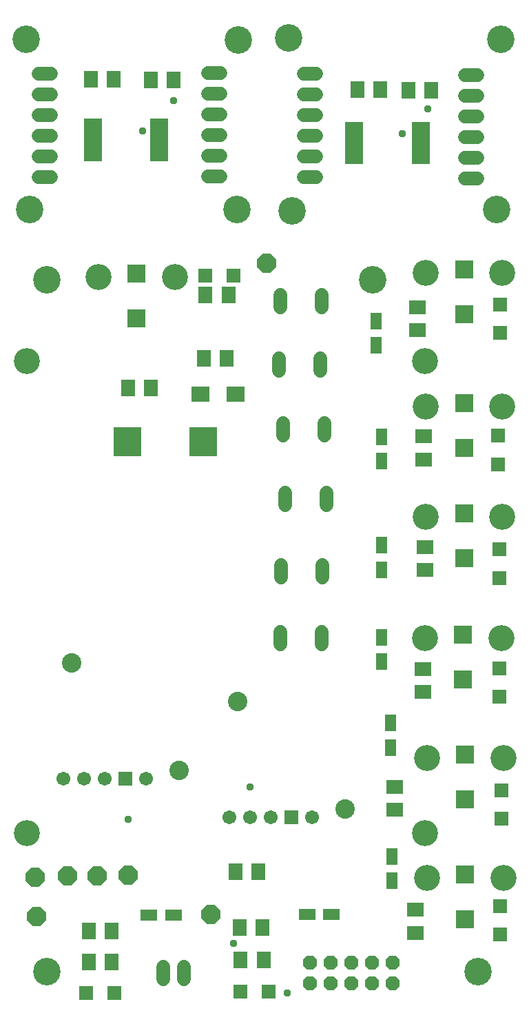
<source format=gts>
G75*
%MOIN*%
%OFA0B0*%
%FSLAX25Y25*%
%IPPOS*%
%LPD*%
%AMOC8*
5,1,8,0,0,1.08239X$1,22.5*
%
%ADD10C,0.13300*%
%ADD11C,0.12611*%
%ADD12R,0.09068X0.09068*%
%ADD13R,0.09000X0.07800*%
%ADD14R,0.07099X0.07887*%
%ADD15R,0.06706X0.06706*%
%ADD16R,0.07099X0.07898*%
%ADD17OC8,0.09300*%
%ADD18R,0.07898X0.07099*%
%ADD19C,0.06800*%
%ADD20OC8,0.06800*%
%ADD21R,0.13595X0.14304*%
%ADD22R,0.08674X0.02611*%
%ADD23C,0.06737*%
%ADD24R,0.06737X0.06737*%
%ADD25C,0.09400*%
%ADD26R,0.05524X0.07887*%
%ADD27R,0.07887X0.05524*%
%ADD28C,0.03778*%
D10*
X0021685Y0022322D03*
X0021685Y0356968D03*
X0013185Y0390968D03*
X0011685Y0473468D03*
X0113685Y0390968D03*
X0140185Y0390468D03*
X0179165Y0356968D03*
X0239185Y0390968D03*
X0241185Y0473468D03*
X0138685Y0473968D03*
X0114185Y0472968D03*
X0230346Y0022322D03*
D11*
X0242504Y0067653D03*
X0242504Y0125653D03*
X0241504Y0183653D03*
X0242004Y0242153D03*
X0242004Y0295653D03*
X0242004Y0360153D03*
X0204996Y0360153D03*
X0204756Y0317598D03*
X0204996Y0295653D03*
X0204996Y0242153D03*
X0204496Y0183653D03*
X0205496Y0125653D03*
X0204756Y0089251D03*
X0205496Y0067653D03*
X0083504Y0358153D03*
X0046496Y0358153D03*
X0011843Y0317598D03*
X0011843Y0089251D03*
D12*
X0065000Y0338310D03*
X0065000Y0359964D03*
X0223500Y0361964D03*
X0223500Y0340310D03*
X0223500Y0297464D03*
X0223500Y0275810D03*
X0223500Y0243964D03*
X0223500Y0222310D03*
X0223000Y0185464D03*
X0223000Y0163810D03*
X0224000Y0127464D03*
X0224000Y0105810D03*
X0224000Y0069464D03*
X0224000Y0047810D03*
D13*
X0113100Y0301637D03*
X0095900Y0301637D03*
D14*
X0097488Y0319137D03*
X0108512Y0319137D03*
X0072012Y0304637D03*
X0060988Y0304637D03*
X0071988Y0453637D03*
X0083012Y0453637D03*
X0054012Y0454137D03*
X0042988Y0454137D03*
X0171988Y0449137D03*
X0183012Y0449137D03*
X0196488Y0448637D03*
X0207512Y0448637D03*
X0124012Y0070637D03*
X0112988Y0070637D03*
X0114988Y0043637D03*
X0126012Y0043637D03*
X0053012Y0042137D03*
X0041988Y0042137D03*
D15*
X0040610Y0012137D03*
X0054390Y0012137D03*
X0115110Y0012637D03*
X0128890Y0012637D03*
X0241000Y0040247D03*
X0241000Y0054027D03*
X0241500Y0096247D03*
X0241500Y0110027D03*
X0240500Y0155247D03*
X0240500Y0169027D03*
X0240500Y0212747D03*
X0240500Y0226527D03*
X0240000Y0267747D03*
X0240000Y0281527D03*
X0241000Y0331247D03*
X0241000Y0345027D03*
X0111890Y0359137D03*
X0098110Y0359137D03*
D16*
X0098402Y0349637D03*
X0109598Y0349637D03*
X0115402Y0028137D03*
X0126598Y0028137D03*
X0053098Y0027137D03*
X0041902Y0027137D03*
D17*
X0046000Y0068637D03*
X0031500Y0068637D03*
X0016000Y0068137D03*
X0016500Y0049137D03*
X0061000Y0069137D03*
X0101000Y0050137D03*
X0128000Y0365137D03*
D18*
X0201000Y0343735D03*
X0201000Y0332539D03*
X0204000Y0281235D03*
X0204000Y0270039D03*
X0204500Y0227735D03*
X0204500Y0216539D03*
X0203500Y0168735D03*
X0203500Y0157539D03*
X0190000Y0111735D03*
X0190000Y0100539D03*
X0200000Y0052235D03*
X0200000Y0041039D03*
D19*
X0154500Y0180637D02*
X0154500Y0186637D01*
X0155000Y0213137D02*
X0155000Y0219137D01*
X0157000Y0248137D02*
X0157000Y0254137D01*
X0156000Y0281637D02*
X0156000Y0287637D01*
X0154000Y0313137D02*
X0154000Y0319137D01*
X0154500Y0343637D02*
X0154500Y0349637D01*
X0134500Y0349637D02*
X0134500Y0343637D01*
X0134000Y0319137D02*
X0134000Y0313137D01*
X0136000Y0287637D02*
X0136000Y0281637D01*
X0137000Y0254137D02*
X0137000Y0248137D01*
X0135000Y0219137D02*
X0135000Y0213137D01*
X0134500Y0186637D02*
X0134500Y0180637D01*
X0088000Y0024637D02*
X0088000Y0018637D01*
X0078000Y0018637D02*
X0078000Y0024637D01*
X0099500Y0407137D02*
X0105500Y0407137D01*
X0105500Y0417137D02*
X0099500Y0417137D01*
X0099500Y0427137D02*
X0105500Y0427137D01*
X0105500Y0437137D02*
X0099500Y0437137D01*
X0099500Y0447137D02*
X0105500Y0447137D01*
X0105500Y0457137D02*
X0099500Y0457137D01*
X0146000Y0456637D02*
X0152000Y0456637D01*
X0152000Y0446637D02*
X0146000Y0446637D01*
X0146000Y0436637D02*
X0152000Y0436637D01*
X0152000Y0426637D02*
X0146000Y0426637D01*
X0146000Y0416637D02*
X0152000Y0416637D01*
X0152000Y0406637D02*
X0146000Y0406637D01*
X0224000Y0406137D02*
X0230000Y0406137D01*
X0230000Y0416137D02*
X0224000Y0416137D01*
X0224000Y0426137D02*
X0230000Y0426137D01*
X0230000Y0436137D02*
X0224000Y0436137D01*
X0224000Y0446137D02*
X0230000Y0446137D01*
X0230000Y0456137D02*
X0224000Y0456137D01*
X0023500Y0456637D02*
X0017500Y0456637D01*
X0017500Y0446637D02*
X0023500Y0446637D01*
X0023500Y0436637D02*
X0017500Y0436637D01*
X0017500Y0426637D02*
X0023500Y0426637D01*
X0023500Y0416637D02*
X0017500Y0416637D01*
X0017500Y0406637D02*
X0023500Y0406637D01*
D20*
X0149000Y0026637D03*
X0149000Y0016637D03*
X0159000Y0016637D03*
X0159000Y0026637D03*
X0169000Y0026637D03*
X0169000Y0016637D03*
X0179000Y0016637D03*
X0179000Y0026637D03*
X0189000Y0026637D03*
X0189000Y0016637D03*
D21*
X0097406Y0278637D03*
X0060594Y0278637D03*
D22*
X0076063Y0415680D03*
X0076063Y0418239D03*
X0076063Y0420798D03*
X0076063Y0423357D03*
X0076063Y0425917D03*
X0076063Y0428476D03*
X0076063Y0431035D03*
X0076063Y0433594D03*
X0043937Y0433594D03*
X0043937Y0431035D03*
X0043937Y0428476D03*
X0043937Y0425917D03*
X0043937Y0423357D03*
X0043937Y0420798D03*
X0043937Y0418239D03*
X0043937Y0415680D03*
X0170437Y0416739D03*
X0170437Y0414180D03*
X0170437Y0419298D03*
X0170437Y0421857D03*
X0170437Y0424417D03*
X0170437Y0426976D03*
X0170437Y0429535D03*
X0170437Y0432094D03*
X0202563Y0432094D03*
X0202563Y0429535D03*
X0202563Y0426976D03*
X0202563Y0424417D03*
X0202563Y0421857D03*
X0202563Y0419298D03*
X0202563Y0416739D03*
X0202563Y0414180D03*
D23*
X0069500Y0115637D03*
X0049500Y0115637D03*
X0039500Y0115637D03*
X0029500Y0115637D03*
X0110000Y0097137D03*
X0120000Y0097137D03*
X0130000Y0097137D03*
X0150000Y0097137D03*
D24*
X0140000Y0097137D03*
X0059500Y0115637D03*
D25*
X0085500Y0119637D03*
X0114000Y0153137D03*
X0166000Y0101137D03*
X0033500Y0171637D03*
D26*
X0181000Y0325235D03*
X0181000Y0337039D03*
X0183500Y0281039D03*
X0183500Y0269235D03*
X0183500Y0228539D03*
X0183500Y0216735D03*
X0183500Y0184039D03*
X0183500Y0172235D03*
X0188000Y0142539D03*
X0188000Y0130735D03*
X0188500Y0078039D03*
X0188500Y0066235D03*
D27*
X0159402Y0050137D03*
X0147598Y0050137D03*
X0082902Y0049637D03*
X0071098Y0049637D03*
D28*
X0061000Y0096137D03*
X0112000Y0036137D03*
X0138000Y0012137D03*
X0120000Y0111637D03*
X0068000Y0429137D03*
X0083000Y0443637D03*
X0193500Y0427637D03*
X0206000Y0439637D03*
M02*

</source>
